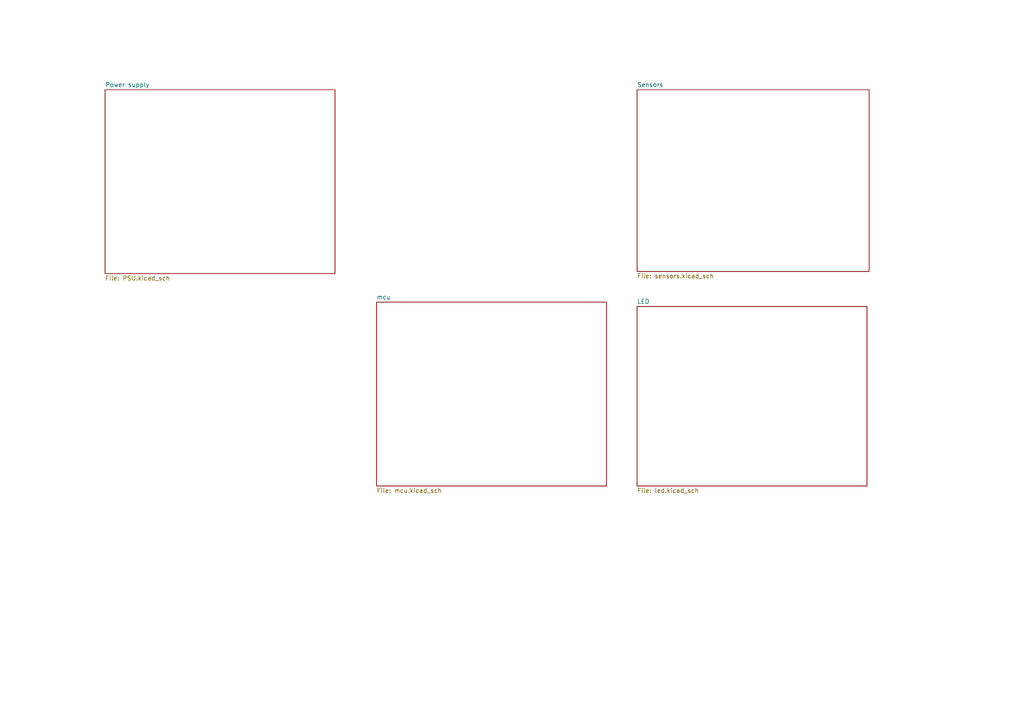
<source format=kicad_sch>
(kicad_sch (version 20211123) (generator eeschema)
  (paper "A4")
  (lib_symbols)
  (sheet (at 184.785 26.035) (size 67.31 52.705) (stroke (width 0.1524))
    (property "Sheet name" "Sensors" (at 184.785 25.3234 0) (effects (justify left bottom)))
    (property "Sheet file" "sensors.kicad_sch" (at 184.785 79.3246 0) (effects (justify left top)))
  )
  (sheet (at 184.785 88.9) (size 66.675 52.07) (stroke (width 0.1524))
    (property "Sheet name" "LED" (at 184.785 88.1884 0) (effects (justify left bottom)))
    (property "Sheet file" "led.kicad_sch" (at 184.785 141.5546 0) (effects (justify left top)))
  )
  (sheet (at 30.48 26.035) (size 66.675 53.34) (stroke (width 0.1524))
    (property "Sheet name" "Power supply" (at 30.48 25.3234 0) (effects (justify left bottom)))
    (property "Sheet file" "PSU.kicad_sch" (at 30.48 79.9596 0) (effects (justify left top)))
  )
  (sheet (at 109.22 87.63) (size 66.675 53.34) (stroke (width 0.1524))
    (property "Sheet name" "mcu" (at 109.22 86.9184 0) (effects (justify left bottom)))
    (property "Sheet file" "mcu.kicad_sch" (at 109.22 141.5546 0) (effects (justify left top)))
  )
)
</source>
